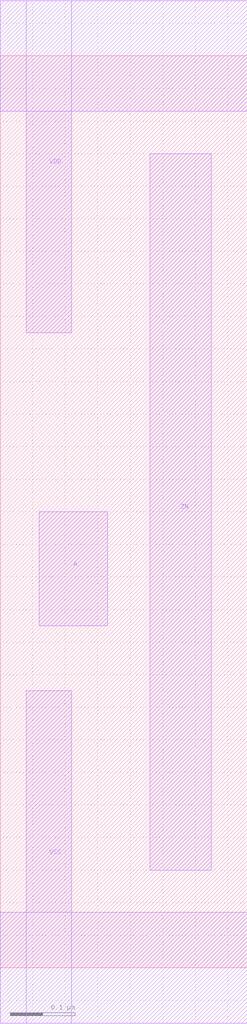
<source format=lef>
MACRO INV_X1
  ORIGIN 0 0 ;
  SIZE 0.38 BY 1.4 ;
  PIN A
    DIRECTION INPUT ;
    USE SIGNAL ;
    PORT
      LAYER metal1 ;
        RECT 0.06 0.525 0.165 0.7 ;
    END
  END A
  PIN ZN
    DIRECTION OUTPUT ;
    USE SIGNAL ;
    PORT
      LAYER metal1 ;
        RECT 0.23 0.15 0.325 1.25 ;
    END
  END ZN
  PIN VDD
    DIRECTION INOUT ;
    USE POWER ;
    SHAPE ABUTMENT ;
    PORT
      LAYER metal1 ;
        RECT 0 1.315 0.38 1.485 ;
        RECT 0.04 0.975 0.11 1.485 ;
    END
  END VDD
  PIN VSS
    DIRECTION INOUT ;
    USE GROUND ;
    SHAPE ABUTMENT ;
    PORT
      LAYER metal1 ;
        RECT 0 -0.085 0.38 0.085 ;
        RECT 0.04 -0.085 0.11 0.425 ;
    END
  END VSS
END INV_X1

</source>
